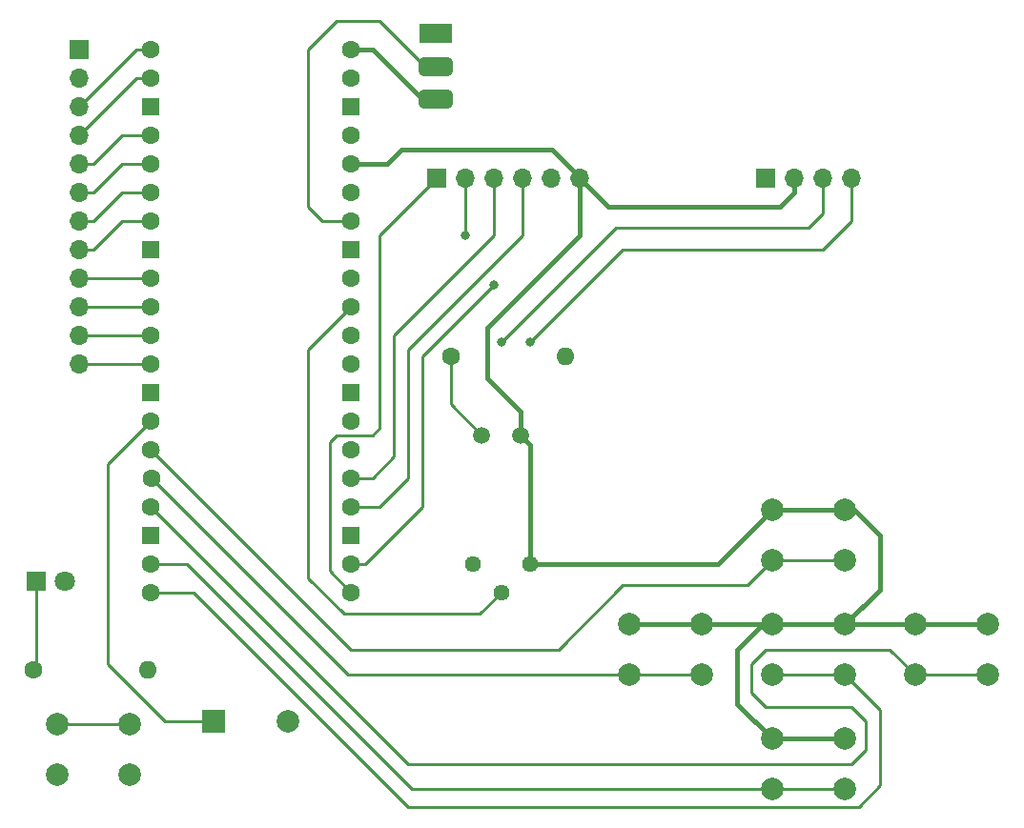
<source format=gbr>
%TF.GenerationSoftware,KiCad,Pcbnew,7.0.8*%
%TF.CreationDate,2023-12-13T08:54:22+01:00*%
%TF.ProjectId,MicroPython_DemoBoard,4d696372-6f50-4797-9468-6f6e5f44656d,rev?*%
%TF.SameCoordinates,Original*%
%TF.FileFunction,Copper,L1,Top*%
%TF.FilePolarity,Positive*%
%FSLAX46Y46*%
G04 Gerber Fmt 4.6, Leading zero omitted, Abs format (unit mm)*
G04 Created by KiCad (PCBNEW 7.0.8) date 2023-12-13 08:54:22*
%MOMM*%
%LPD*%
G01*
G04 APERTURE LIST*
G04 Aperture macros list*
%AMRoundRect*
0 Rectangle with rounded corners*
0 $1 Rounding radius*
0 $2 $3 $4 $5 $6 $7 $8 $9 X,Y pos of 4 corners*
0 Add a 4 corners polygon primitive as box body*
4,1,4,$2,$3,$4,$5,$6,$7,$8,$9,$2,$3,0*
0 Add four circle primitives for the rounded corners*
1,1,$1+$1,$2,$3*
1,1,$1+$1,$4,$5*
1,1,$1+$1,$6,$7*
1,1,$1+$1,$8,$9*
0 Add four rect primitives between the rounded corners*
20,1,$1+$1,$2,$3,$4,$5,0*
20,1,$1+$1,$4,$5,$6,$7,0*
20,1,$1+$1,$6,$7,$8,$9,0*
20,1,$1+$1,$8,$9,$2,$3,0*%
G04 Aperture macros list end*
%TA.AperFunction,ComponentPad*%
%ADD10C,2.000000*%
%TD*%
%TA.AperFunction,ComponentPad*%
%ADD11R,1.700000X1.700000*%
%TD*%
%TA.AperFunction,ComponentPad*%
%ADD12O,1.700000X1.700000*%
%TD*%
%TA.AperFunction,ComponentPad*%
%ADD13C,1.440000*%
%TD*%
%TA.AperFunction,ComponentPad*%
%ADD14C,1.600000*%
%TD*%
%TA.AperFunction,ComponentPad*%
%ADD15O,1.600000X1.600000*%
%TD*%
%TA.AperFunction,ComponentPad*%
%ADD16C,1.500000*%
%TD*%
%TA.AperFunction,ComponentPad*%
%ADD17R,2.000000X2.000000*%
%TD*%
%TA.AperFunction,ComponentPad*%
%ADD18R,1.800000X1.800000*%
%TD*%
%TA.AperFunction,ComponentPad*%
%ADD19C,1.800000*%
%TD*%
%TA.AperFunction,ComponentPad*%
%ADD20RoundRect,0.200000X-0.600000X-0.600000X0.600000X-0.600000X0.600000X0.600000X-0.600000X0.600000X0*%
%TD*%
%TA.AperFunction,ComponentPad*%
%ADD21R,3.000000X1.700000*%
%TD*%
%TA.AperFunction,ComponentPad*%
%ADD22RoundRect,0.425000X-1.075000X-0.425000X1.075000X-0.425000X1.075000X0.425000X-1.075000X0.425000X0*%
%TD*%
%TA.AperFunction,ViaPad*%
%ADD23C,0.800000*%
%TD*%
%TA.AperFunction,Conductor*%
%ADD24C,0.250000*%
%TD*%
%TA.AperFunction,Conductor*%
%ADD25C,0.400000*%
%TD*%
G04 APERTURE END LIST*
D10*
%TO.P,SW3,1,A*%
%TO.N,+3.3V*%
X146610000Y-133640000D03*
X153110000Y-133640000D03*
%TO.P,SW3,2,B*%
%TO.N,/Center*%
X146610000Y-138140000D03*
X153110000Y-138140000D03*
%TD*%
D11*
%TO.P,J3,1,Pin_1*%
%TO.N,GND*%
X146050000Y-93980000D03*
D12*
%TO.P,J3,2,Pin_2*%
%TO.N,+3.3V*%
X148590000Y-93980000D03*
%TO.P,J3,3,Pin_3*%
%TO.N,/I2C SCL*%
X151130000Y-93980000D03*
%TO.P,J3,4,Pin_4*%
%TO.N,/I2C SDA*%
X153670000Y-93980000D03*
%TD*%
D10*
%TO.P,SW6,1,A*%
%TO.N,GND*%
X89610000Y-147030000D03*
X83110000Y-147030000D03*
%TO.P,SW6,2,B*%
%TO.N,Net-(A1-RUN)*%
X89610000Y-142530000D03*
X83110000Y-142530000D03*
%TD*%
%TO.P,SW1,1,A*%
%TO.N,+3.3V*%
X133910000Y-133640000D03*
X140410000Y-133640000D03*
%TO.P,SW1,2,B*%
%TO.N,/Left*%
X133910000Y-138140000D03*
X140410000Y-138140000D03*
%TD*%
D13*
%TO.P,RV1,1,1*%
%TO.N,GND*%
X120015000Y-128270000D03*
%TO.P,RV1,2,2*%
%TO.N,Net-(A1-GP26)*%
X122555000Y-130810000D03*
%TO.P,RV1,3,3*%
%TO.N,+3.3V*%
X125095000Y-128270000D03*
%TD*%
D14*
%TO.P,R2,1*%
%TO.N,Net-(A1-GP27)*%
X118110000Y-109855000D03*
D15*
%TO.P,R2,2*%
%TO.N,GND*%
X128270000Y-109855000D03*
%TD*%
D16*
%TO.P,R1,1*%
%TO.N,+3.3V*%
X124255000Y-116840000D03*
%TO.P,R1,2*%
%TO.N,Net-(A1-GP27)*%
X120855000Y-116840000D03*
%TD*%
D10*
%TO.P,SW5,1,A*%
%TO.N,+3.3V*%
X159310000Y-133640000D03*
X165810000Y-133640000D03*
%TO.P,SW5,2,B*%
%TO.N,/Right*%
X159310000Y-138140000D03*
X165810000Y-138140000D03*
%TD*%
D17*
%TO.P,BZ1,1,-*%
%TO.N,Net-(A1-GP10)*%
X97030000Y-142240000D03*
D10*
%TO.P,BZ1,2,+*%
%TO.N,GND*%
X103630000Y-142240000D03*
%TD*%
D18*
%TO.P,D1,1,K*%
%TO.N,Net-(D1-K)*%
X81275000Y-129794000D03*
D19*
%TO.P,D1,2,A*%
%TO.N,Net-(A1-GP22)*%
X83815000Y-129794000D03*
%TD*%
D10*
%TO.P,SW4,1,A*%
%TO.N,+3.3V*%
X146610000Y-143800000D03*
X153110000Y-143800000D03*
%TO.P,SW4,2,B*%
%TO.N,/Down*%
X146610000Y-148300000D03*
X153110000Y-148300000D03*
%TD*%
D11*
%TO.P,J2,1,Pin_1*%
%TO.N,/SPI RX*%
X116865000Y-93955000D03*
D12*
%TO.P,J2,2,Pin_2*%
%TO.N,/SPI CS*%
X119405000Y-93955000D03*
%TO.P,J2,3,Pin_3*%
%TO.N,/SPI TX*%
X121945000Y-93955000D03*
%TO.P,J2,4,Pin_4*%
%TO.N,/SPI CLK*%
X124485000Y-93955000D03*
%TO.P,J2,5,Pin_5*%
%TO.N,GND*%
X127025000Y-93955000D03*
%TO.P,J2,6,Pin_6*%
%TO.N,+3.3V*%
X129565000Y-93955000D03*
%TD*%
D11*
%TO.P,J4,1,Pin_1*%
%TO.N,+3.3V*%
X85090000Y-82550000D03*
D12*
%TO.P,J4,2,Pin_2*%
%TO.N,GND*%
X85090000Y-85090000D03*
%TO.P,J4,3,Pin_3*%
%TO.N,Net-(A1-GP0)*%
X85090000Y-87630000D03*
%TO.P,J4,4,Pin_4*%
%TO.N,Net-(A1-GP1)*%
X85090000Y-90170000D03*
%TO.P,J4,5,Pin_5*%
%TO.N,Net-(A1-GP2)*%
X85090000Y-92710000D03*
%TO.P,J4,6,Pin_6*%
%TO.N,Net-(A1-GP3)*%
X85090000Y-95250000D03*
%TO.P,J4,7,Pin_7*%
%TO.N,Net-(A1-GP4)*%
X85090000Y-97790000D03*
%TO.P,J4,8,Pin_8*%
%TO.N,Net-(A1-GP5)*%
X85090000Y-100330000D03*
%TO.P,J4,9,Pin_9*%
%TO.N,Net-(A1-GP6)*%
X85090000Y-102870000D03*
%TO.P,J4,10,Pin_10*%
%TO.N,Net-(A1-GP7)*%
X85090000Y-105410000D03*
%TO.P,J4,11,Pin_11*%
%TO.N,Net-(A1-GP8)*%
X85090000Y-107950000D03*
%TO.P,J4,12,Pin_12*%
%TO.N,Net-(A1-GP9)*%
X85090000Y-110490000D03*
%TD*%
D14*
%TO.P,A1,1,GP0*%
%TO.N,Net-(A1-GP0)*%
X91440000Y-82550000D03*
%TO.P,A1,2,GP1*%
%TO.N,Net-(A1-GP1)*%
X91440000Y-85090000D03*
D20*
%TO.P,A1,3,GND*%
%TO.N,GND*%
X91440000Y-87630000D03*
D14*
%TO.P,A1,4,GP2*%
%TO.N,Net-(A1-GP2)*%
X91440000Y-90170000D03*
%TO.P,A1,5,GP3*%
%TO.N,Net-(A1-GP3)*%
X91440000Y-92710000D03*
%TO.P,A1,6,GP4*%
%TO.N,Net-(A1-GP4)*%
X91440000Y-95250000D03*
%TO.P,A1,7,GP5*%
%TO.N,Net-(A1-GP5)*%
X91440000Y-97790000D03*
D20*
%TO.P,A1,8,GND*%
%TO.N,GND*%
X91440000Y-100330000D03*
D14*
%TO.P,A1,9,GP6*%
%TO.N,Net-(A1-GP6)*%
X91440000Y-102870000D03*
%TO.P,A1,10,GP7*%
%TO.N,Net-(A1-GP7)*%
X91440000Y-105410000D03*
%TO.P,A1,11,GP8*%
%TO.N,Net-(A1-GP8)*%
X91440000Y-107950000D03*
%TO.P,A1,12,GP9*%
%TO.N,Net-(A1-GP9)*%
X91440000Y-110490000D03*
D20*
%TO.P,A1,13,GND*%
%TO.N,GND*%
X91440000Y-113030000D03*
D14*
%TO.P,A1,14,GP10*%
%TO.N,Net-(A1-GP10)*%
X91440000Y-115570000D03*
%TO.P,A1,15,GP11*%
%TO.N,/Up*%
X91440000Y-118110000D03*
%TO.P,A1,16,GP12*%
%TO.N,/Left*%
X91481881Y-120650000D03*
%TO.P,A1,17,GP13*%
%TO.N,/Right*%
X91440000Y-123190000D03*
D20*
%TO.P,A1,18,GND*%
%TO.N,GND*%
X91440000Y-125730000D03*
D14*
%TO.P,A1,19,GP14*%
%TO.N,/Down*%
X91440000Y-128270000D03*
%TO.P,A1,20,GP15*%
%TO.N,/Center*%
X91440000Y-130810000D03*
%TO.P,A1,21,GP16*%
%TO.N,/SPI RX*%
X109220000Y-130810000D03*
%TO.P,A1,22,GP17*%
%TO.N,/SPI CS*%
X109220000Y-128270000D03*
D20*
%TO.P,A1,23,GND*%
%TO.N,GND*%
X109220000Y-125730000D03*
D14*
%TO.P,A1,24,GP18*%
%TO.N,/SPI CLK*%
X109220000Y-123190000D03*
%TO.P,A1,25,GP19*%
%TO.N,/SPI TX*%
X109220000Y-120650000D03*
%TO.P,A1,26,GP20*%
%TO.N,/I2C SDA*%
X109220000Y-118110000D03*
%TO.P,A1,27,GP21*%
%TO.N,/I2C SCL*%
X109220000Y-115570000D03*
D20*
%TO.P,A1,28,GND*%
%TO.N,GND*%
X109220000Y-113030000D03*
D14*
%TO.P,A1,29,GP22*%
%TO.N,Net-(A1-GP22)*%
X109220000Y-110490000D03*
%TO.P,A1,30,RUN*%
%TO.N,Net-(A1-RUN)*%
X109220000Y-107950000D03*
%TO.P,A1,31,GP26*%
%TO.N,Net-(A1-GP26)*%
X109220000Y-105410000D03*
%TO.P,A1,32,GP27*%
%TO.N,Net-(A1-GP27)*%
X109220000Y-102870000D03*
D20*
%TO.P,A1,33,AGND*%
%TO.N,GND*%
X109220000Y-100330000D03*
D14*
%TO.P,A1,34,GP28*%
%TO.N,Net-(A1-GP28)*%
X109220000Y-97790000D03*
%TO.P,A1,35,ADC_VREF*%
%TO.N,unconnected-(A1-ADC_VREF-Pad35)*%
X109220000Y-95250000D03*
%TO.P,A1,36,3V3_OUT*%
%TO.N,+3.3V*%
X109220000Y-92710000D03*
%TO.P,A1,37,3V3_EN*%
%TO.N,unconnected-(A1-3V3_EN-Pad37)*%
X109220000Y-90170000D03*
D20*
%TO.P,A1,38,GND*%
%TO.N,GND*%
X109220000Y-87630000D03*
D14*
%TO.P,A1,39,VSYS*%
%TO.N,unconnected-(A1-VSYS-Pad39)*%
X109220000Y-85090000D03*
%TO.P,A1,40,VBUS*%
%TO.N,+5V*%
X109220000Y-82550000D03*
%TD*%
D21*
%TO.P,J1,1,Pin_1*%
%TO.N,GND*%
X116713000Y-81100000D03*
D22*
%TO.P,J1,2,Pin_2*%
%TO.N,Net-(A1-GP28)*%
X116713000Y-84074000D03*
%TO.P,J1,3,Pin_3*%
%TO.N,+5V*%
X116713000Y-87000000D03*
%TD*%
D14*
%TO.P,R3,1*%
%TO.N,Net-(D1-K)*%
X81026000Y-137668000D03*
D15*
%TO.P,R3,2*%
%TO.N,GND*%
X91186000Y-137668000D03*
%TD*%
D10*
%TO.P,SW2,1,A*%
%TO.N,+3.3V*%
X146610000Y-123480000D03*
X153110000Y-123480000D03*
%TO.P,SW2,2,B*%
%TO.N,/Up*%
X146610000Y-127980000D03*
X153110000Y-127980000D03*
%TD*%
D23*
%TO.N,/I2C SDA*%
X125095000Y-108585000D03*
%TO.N,/SPI CS*%
X121920000Y-103505000D03*
X119380000Y-99060000D03*
%TO.N,/I2C SCL*%
X122555000Y-108585000D03*
%TD*%
D24*
%TO.N,/Center*%
X154305000Y-149860000D02*
X156210000Y-147955000D01*
X114300000Y-149860000D02*
X154305000Y-149860000D01*
X95250000Y-130810000D02*
X114300000Y-149860000D01*
X156210000Y-141240000D02*
X156210000Y-147955000D01*
X91440000Y-130810000D02*
X95250000Y-130810000D01*
X153110000Y-138140000D02*
X156210000Y-141240000D01*
%TO.N,/Down*%
X114645000Y-148300000D02*
X94615000Y-128270000D01*
X146610000Y-148300000D02*
X114645000Y-148300000D01*
X94615000Y-128270000D02*
X91440000Y-128270000D01*
D25*
%TO.N,+3.3V*%
X132105000Y-96495000D02*
X129565000Y-93955000D01*
D24*
%TO.N,/Up*%
X109220000Y-135890000D02*
X91440000Y-118110000D01*
X133350000Y-130175000D02*
X127635000Y-135890000D01*
X144415000Y-130175000D02*
X133350000Y-130175000D01*
X127635000Y-135890000D02*
X109220000Y-135890000D01*
X146610000Y-127980000D02*
X144415000Y-130175000D01*
%TO.N,/Left*%
X108971881Y-138140000D02*
X91481881Y-120650000D01*
X133910000Y-138140000D02*
X108971881Y-138140000D01*
%TO.N,/Up*%
X92075000Y-118110000D02*
X91440000Y-118110000D01*
D25*
%TO.N,+3.3V*%
X141820000Y-128270000D02*
X146610000Y-123480000D01*
X125095000Y-128270000D02*
X141820000Y-128270000D01*
D24*
%TO.N,Net-(A1-GP0)*%
X85090000Y-87630000D02*
X90170000Y-82550000D01*
X90170000Y-82550000D02*
X91440000Y-82550000D01*
%TO.N,Net-(A1-GP1)*%
X90170000Y-85090000D02*
X91440000Y-85090000D01*
X85090000Y-90170000D02*
X90170000Y-85090000D01*
%TO.N,Net-(A1-GP2)*%
X88900000Y-90170000D02*
X91440000Y-90170000D01*
X86360000Y-92710000D02*
X88900000Y-90170000D01*
X85090000Y-92710000D02*
X86360000Y-92710000D01*
%TO.N,Net-(A1-GP3)*%
X85090000Y-95250000D02*
X86360000Y-95250000D01*
X86360000Y-95250000D02*
X88900000Y-92710000D01*
X88900000Y-92710000D02*
X91440000Y-92710000D01*
%TO.N,Net-(A1-GP4)*%
X86360000Y-97790000D02*
X88900000Y-95250000D01*
X85090000Y-97790000D02*
X86360000Y-97790000D01*
X88900000Y-95250000D02*
X91440000Y-95250000D01*
%TO.N,Net-(A1-GP5)*%
X85090000Y-100330000D02*
X86360000Y-100330000D01*
X88900000Y-97790000D02*
X91440000Y-97790000D01*
X86360000Y-100330000D02*
X88900000Y-97790000D01*
%TO.N,Net-(A1-GP6)*%
X85090000Y-102870000D02*
X91440000Y-102870000D01*
%TO.N,Net-(A1-GP7)*%
X85090000Y-105410000D02*
X91440000Y-105410000D01*
%TO.N,Net-(A1-GP8)*%
X85090000Y-107950000D02*
X91440000Y-107950000D01*
%TO.N,Net-(A1-GP9)*%
X85090000Y-110490000D02*
X91440000Y-110490000D01*
%TO.N,Net-(A1-GP10)*%
X87630000Y-137160000D02*
X87630000Y-119380000D01*
X87630000Y-119380000D02*
X91440000Y-115570000D01*
X92710000Y-142240000D02*
X87630000Y-137160000D01*
X97030000Y-142240000D02*
X92710000Y-142240000D01*
%TO.N,/Up*%
X146610000Y-127980000D02*
X153110000Y-127980000D01*
%TO.N,/Left*%
X140410000Y-138140000D02*
X133910000Y-138140000D01*
%TO.N,/Right*%
X119380000Y-146050000D02*
X114300000Y-146050000D01*
X153670000Y-146050000D02*
X154940000Y-144780000D01*
X159310000Y-138140000D02*
X165810000Y-138140000D01*
X144780000Y-139700000D02*
X144780000Y-137160000D01*
X144780000Y-137160000D02*
X146050000Y-135890000D01*
X153670000Y-140970000D02*
X146050000Y-140970000D01*
X146050000Y-140970000D02*
X144780000Y-139700000D01*
X119380000Y-146050000D02*
X153670000Y-146050000D01*
X114300000Y-146050000D02*
X91440000Y-123190000D01*
X154940000Y-144780000D02*
X154940000Y-142240000D01*
X157060000Y-135890000D02*
X159310000Y-138140000D01*
X154940000Y-142240000D02*
X153670000Y-140970000D01*
X146050000Y-135890000D02*
X157060000Y-135890000D01*
%TO.N,/Down*%
X146610000Y-148300000D02*
X153110000Y-148300000D01*
%TO.N,/Center*%
X146610000Y-138140000D02*
X153110000Y-138140000D01*
%TO.N,/SPI RX*%
X107315000Y-128905000D02*
X107315000Y-117475000D01*
X107950000Y-116840000D02*
X111125000Y-116840000D01*
X111760000Y-116205000D02*
X111760000Y-99060000D01*
X107315000Y-117475000D02*
X107950000Y-116840000D01*
X111760000Y-99060000D02*
X116865000Y-93955000D01*
X111125000Y-116840000D02*
X111760000Y-116205000D01*
X109220000Y-130810000D02*
X107315000Y-128905000D01*
%TO.N,/SPI CLK*%
X124460000Y-98425000D02*
X124485000Y-98400000D01*
X109220000Y-123190000D02*
X111760000Y-123190000D01*
X124460000Y-99060000D02*
X124460000Y-98425000D01*
X111760000Y-123190000D02*
X114300000Y-120650000D01*
X124485000Y-98400000D02*
X124485000Y-93955000D01*
X114300000Y-109220000D02*
X124460000Y-99060000D01*
X114300000Y-120650000D02*
X114300000Y-109220000D01*
%TO.N,/SPI TX*%
X121945000Y-99035000D02*
X121945000Y-93955000D01*
X113030000Y-118745000D02*
X113030000Y-107950000D01*
X111125000Y-120650000D02*
X113030000Y-118745000D01*
X109220000Y-120650000D02*
X111125000Y-120650000D01*
X113030000Y-107950000D02*
X121945000Y-99035000D01*
%TO.N,/I2C SDA*%
X153670000Y-97790000D02*
X153670000Y-93980000D01*
X151130000Y-100330000D02*
X153670000Y-97790000D01*
X133350000Y-100330000D02*
X151130000Y-100330000D01*
X125095000Y-108585000D02*
X133350000Y-100330000D01*
%TO.N,/SPI CS*%
X110490000Y-128270000D02*
X115570000Y-123190000D01*
X109220000Y-128270000D02*
X110490000Y-128270000D01*
X119380000Y-99060000D02*
X119405000Y-99035000D01*
X115570000Y-123190000D02*
X115570000Y-109855000D01*
X119405000Y-99035000D02*
X119405000Y-93955000D01*
X115570000Y-109855000D02*
X121920000Y-103505000D01*
%TO.N,/I2C SCL*%
X122555000Y-108585000D02*
X132715000Y-98425000D01*
X132715000Y-98425000D02*
X149860000Y-98425000D01*
X151130000Y-97155000D02*
X151130000Y-93980000D01*
X149860000Y-98425000D02*
X151130000Y-97155000D01*
%TO.N,Net-(A1-RUN)*%
X83110000Y-142530000D02*
X89610000Y-142530000D01*
%TO.N,Net-(A1-GP26)*%
X120650000Y-132715000D02*
X122555000Y-130810000D01*
X105410000Y-109220000D02*
X105410000Y-129540000D01*
X108585000Y-132715000D02*
X120650000Y-132715000D01*
X105410000Y-129540000D02*
X108585000Y-132715000D01*
X109220000Y-105410000D02*
X105410000Y-109220000D01*
%TO.N,Net-(A1-GP27)*%
X118110000Y-109855000D02*
X118110000Y-114095000D01*
X118110000Y-114095000D02*
X120855000Y-116840000D01*
%TO.N,Net-(A1-GP28)*%
X111760000Y-80010000D02*
X115824000Y-84074000D01*
X116713000Y-83947000D02*
X116840000Y-83820000D01*
X109220000Y-97790000D02*
X106680000Y-97790000D01*
X107950000Y-80010000D02*
X111760000Y-80010000D01*
X116713000Y-84074000D02*
X116713000Y-83947000D01*
X105410000Y-82550000D02*
X107950000Y-80010000D01*
X105410000Y-96520000D02*
X105410000Y-82550000D01*
X115824000Y-84074000D02*
X116713000Y-84074000D01*
X106680000Y-97790000D02*
X105410000Y-96520000D01*
D25*
%TO.N,+3.3V*%
X129540000Y-99060000D02*
X129540000Y-95885000D01*
D24*
X146610000Y-133640000D02*
X145760000Y-133640000D01*
D25*
X146610000Y-123480000D02*
X153110000Y-123480000D01*
X156210000Y-130540000D02*
X156210000Y-125730000D01*
X145760000Y-133640000D02*
X143510000Y-135890000D01*
D24*
X129540000Y-95885000D02*
X129565000Y-95860000D01*
D25*
X140410000Y-133640000D02*
X146610000Y-133640000D01*
X143510000Y-135890000D02*
X143510000Y-140700000D01*
X156210000Y-125730000D02*
X153960000Y-123480000D01*
X143510000Y-140700000D02*
X146610000Y-143800000D01*
X127050000Y-91440000D02*
X129246802Y-93636802D01*
X109220000Y-92710000D02*
X112395000Y-92710000D01*
X125095000Y-117680000D02*
X124255000Y-116840000D01*
X124255000Y-116840000D02*
X124255000Y-114730000D01*
X121285000Y-107315000D02*
X129540000Y-99060000D01*
X148590000Y-95250000D02*
X148590000Y-93980000D01*
X132105000Y-96495000D02*
X147345000Y-96495000D01*
X125095000Y-128270000D02*
X125095000Y-117680000D01*
X147345000Y-96495000D02*
X148590000Y-95250000D01*
X146610000Y-143800000D02*
X153110000Y-143800000D01*
X153110000Y-133640000D02*
X156210000Y-130540000D01*
X146610000Y-133640000D02*
X153110000Y-133640000D01*
X113665000Y-91440000D02*
X127050000Y-91440000D01*
X124255000Y-114730000D02*
X121285000Y-111760000D01*
D24*
X153960000Y-123480000D02*
X153110000Y-123480000D01*
D25*
X159310000Y-133640000D02*
X165810000Y-133640000D01*
D24*
X130226396Y-93980000D02*
X129883198Y-93636802D01*
D25*
X153110000Y-133640000D02*
X159310000Y-133640000D01*
X112395000Y-92710000D02*
X113665000Y-91440000D01*
X121285000Y-111760000D02*
X121285000Y-107315000D01*
X129565000Y-95860000D02*
X129565000Y-93955000D01*
X133910000Y-133640000D02*
X140410000Y-133640000D01*
%TO.N,+5V*%
X111125000Y-82550000D02*
X115189000Y-86614000D01*
D24*
X117856000Y-86614000D02*
X116713000Y-86614000D01*
D25*
X109220000Y-82550000D02*
X111125000Y-82550000D01*
D24*
X115189000Y-86614000D02*
X116713000Y-86614000D01*
%TO.N,Net-(D1-K)*%
X81275000Y-129794000D02*
X81275000Y-137419000D01*
X81275000Y-137419000D02*
X81026000Y-137668000D01*
%TD*%
M02*

</source>
